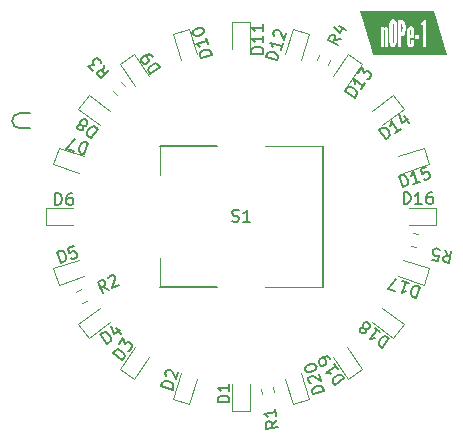
<source format=gto>
%TF.GenerationSoftware,KiCad,Pcbnew,6.0.9-8da3e8f707~117~ubuntu22.04.1*%
%TF.CreationDate,2022-12-08T12:31:12-05:00*%
%TF.ProjectId,kicad_circular_tracks_test,6b696361-645f-4636-9972-63756c61725f,rev?*%
%TF.SameCoordinates,Original*%
%TF.FileFunction,Legend,Top*%
%TF.FilePolarity,Positive*%
%FSLAX46Y46*%
G04 Gerber Fmt 4.6, Leading zero omitted, Abs format (unit mm)*
G04 Created by KiCad (PCBNEW 6.0.9-8da3e8f707~117~ubuntu22.04.1) date 2022-12-08 12:31:12*
%MOMM*%
%LPD*%
G01*
G04 APERTURE LIST*
%ADD10C,0.150000*%
%ADD11C,0.200000*%
%ADD12C,0.120000*%
G04 APERTURE END LIST*
D10*
%TO.C,D12*%
X153055004Y-86794647D02*
X152103948Y-86485630D01*
X152177523Y-86259188D01*
X152266957Y-86138038D01*
X152386964Y-86076891D01*
X152492256Y-86061033D01*
X152688125Y-86074605D01*
X152823990Y-86118751D01*
X152990428Y-86222899D01*
X153066290Y-86297618D01*
X153127437Y-86417625D01*
X153128580Y-86568205D01*
X153055004Y-86794647D01*
X153525887Y-85345418D02*
X153349306Y-85888879D01*
X153437597Y-85617149D02*
X152486540Y-85308132D01*
X152592975Y-85442854D01*
X152654122Y-85562861D01*
X152669980Y-85668153D01*
X152783129Y-84703524D02*
X152752555Y-84643521D01*
X152736697Y-84538229D01*
X152810272Y-84311787D01*
X152884991Y-84235925D01*
X152944995Y-84205352D01*
X153050286Y-84189494D01*
X153140863Y-84218924D01*
X153262013Y-84308357D01*
X153628893Y-85028399D01*
X153820189Y-84439650D01*
%TO.C,D1*%
X149022380Y-115738095D02*
X148022380Y-115738095D01*
X148022380Y-115500000D01*
X148070000Y-115357142D01*
X148165238Y-115261904D01*
X148260476Y-115214285D01*
X148450952Y-115166666D01*
X148593809Y-115166666D01*
X148784285Y-115214285D01*
X148879523Y-115261904D01*
X148974761Y-115357142D01*
X149022380Y-115500000D01*
X149022380Y-115738095D01*
X149022380Y-114214285D02*
X149022380Y-114785714D01*
X149022380Y-114500000D02*
X148022380Y-114500000D01*
X148165238Y-114595238D01*
X148260476Y-114690476D01*
X148308095Y-114785714D01*
%TO.C,D11*%
X151882380Y-86214285D02*
X150882380Y-86214285D01*
X150882380Y-85976190D01*
X150930000Y-85833333D01*
X151025238Y-85738095D01*
X151120476Y-85690476D01*
X151310952Y-85642857D01*
X151453809Y-85642857D01*
X151644285Y-85690476D01*
X151739523Y-85738095D01*
X151834761Y-85833333D01*
X151882380Y-85976190D01*
X151882380Y-86214285D01*
X151882380Y-84690476D02*
X151882380Y-85261904D01*
X151882380Y-84976190D02*
X150882380Y-84976190D01*
X151025238Y-85071428D01*
X151120476Y-85166666D01*
X151168095Y-85261904D01*
X151882380Y-83738095D02*
X151882380Y-84309523D01*
X151882380Y-84023809D02*
X150882380Y-84023809D01*
X151025238Y-84119047D01*
X151120476Y-84214285D01*
X151168095Y-84309523D01*
%TO.C,D7*%
X137017809Y-93802578D02*
X136708792Y-94753634D01*
X136482350Y-94680059D01*
X136361200Y-94590625D01*
X136300053Y-94470618D01*
X136284195Y-94365326D01*
X136297767Y-94169457D01*
X136341912Y-94033592D01*
X136446061Y-93867154D01*
X136520780Y-93791292D01*
X136640787Y-93730145D01*
X136791367Y-93729002D01*
X137017809Y-93802578D01*
X135848312Y-94474047D02*
X135214275Y-94268036D01*
X135930887Y-93449415D01*
%TO.C,D20*%
X157055474Y-114765060D02*
X156104418Y-115074077D01*
X156030842Y-114847635D01*
X156031985Y-114697055D01*
X156093132Y-114577048D01*
X156168994Y-114502329D01*
X156335432Y-114398181D01*
X156471297Y-114354035D01*
X156667166Y-114340463D01*
X156772458Y-114356322D01*
X156892465Y-114417468D01*
X156981899Y-114538618D01*
X157055474Y-114765060D01*
X155900693Y-114138879D02*
X155840689Y-114108306D01*
X155765971Y-114032444D01*
X155692395Y-113806002D01*
X155708253Y-113700710D01*
X155738827Y-113640707D01*
X155814688Y-113565988D01*
X155905265Y-113536558D01*
X156055845Y-113537701D01*
X156775887Y-113904581D01*
X156584591Y-113315831D01*
X155442238Y-113036099D02*
X155412808Y-112945522D01*
X155428667Y-112840230D01*
X155459240Y-112780227D01*
X155535102Y-112705508D01*
X155701540Y-112601360D01*
X155927982Y-112527784D01*
X156123851Y-112514212D01*
X156229143Y-112530070D01*
X156289146Y-112560644D01*
X156363865Y-112636505D01*
X156393295Y-112727082D01*
X156377437Y-112832374D01*
X156346863Y-112892378D01*
X156271002Y-112967096D01*
X156104563Y-113071245D01*
X155878121Y-113144820D01*
X155682252Y-113158392D01*
X155576961Y-113142534D01*
X155516957Y-113111961D01*
X155442238Y-113036099D01*
%TO.C,D18*%
X162543001Y-110321427D02*
X161955216Y-111130444D01*
X161762593Y-110990495D01*
X161675009Y-110868001D01*
X161653939Y-110734972D01*
X161671394Y-110629933D01*
X161744828Y-110447845D01*
X161828798Y-110332271D01*
X161979281Y-110206162D01*
X162073786Y-110157103D01*
X162206814Y-110136033D01*
X162350378Y-110181478D01*
X162543001Y-110321427D01*
X161310213Y-109425754D02*
X161772509Y-109761631D01*
X161541361Y-109593693D02*
X160953576Y-110402710D01*
X161114594Y-110343115D01*
X161247623Y-110322046D01*
X161352662Y-110339501D01*
X160512041Y-109552172D02*
X160561100Y-109646676D01*
X160571635Y-109713191D01*
X160554180Y-109818230D01*
X160526190Y-109856754D01*
X160431686Y-109905814D01*
X160365172Y-109916349D01*
X160260133Y-109898894D01*
X160106034Y-109786935D01*
X160056975Y-109692431D01*
X160046440Y-109625916D01*
X160063895Y-109520877D01*
X160091885Y-109482353D01*
X160186389Y-109433293D01*
X160252903Y-109422758D01*
X160357942Y-109440213D01*
X160512041Y-109552172D01*
X160617080Y-109569627D01*
X160683594Y-109559092D01*
X160778098Y-109510033D01*
X160890057Y-109355934D01*
X160907512Y-109250895D01*
X160896977Y-109184381D01*
X160847918Y-109089877D01*
X160693819Y-108977918D01*
X160588780Y-108960463D01*
X160522266Y-108970998D01*
X160427762Y-109020057D01*
X160315803Y-109174156D01*
X160298348Y-109279195D01*
X160308883Y-109345709D01*
X160357942Y-109440213D01*
%TO.C,D5*%
X134730081Y-103933566D02*
X134421064Y-102982510D01*
X134647506Y-102908934D01*
X134798086Y-102910077D01*
X134918093Y-102971224D01*
X134992812Y-103047086D01*
X135096960Y-103213524D01*
X135141106Y-103349390D01*
X135154678Y-103545258D01*
X135138819Y-103650550D01*
X135077673Y-103770557D01*
X134956523Y-103859991D01*
X134730081Y-103933566D01*
X135825004Y-102526342D02*
X135372120Y-102673493D01*
X135473983Y-103141092D01*
X135504556Y-103081088D01*
X135580418Y-103006370D01*
X135806860Y-102932794D01*
X135912152Y-102948653D01*
X135972155Y-102979226D01*
X136046874Y-103055088D01*
X136120449Y-103281530D01*
X136104591Y-103386822D01*
X136074018Y-103446825D01*
X135998156Y-103521544D01*
X135771714Y-103595119D01*
X135666422Y-103579261D01*
X135606419Y-103548688D01*
%TO.C,D17*%
X165118600Y-105940260D02*
X164809583Y-106891316D01*
X164583141Y-106817741D01*
X164461991Y-106728307D01*
X164400844Y-106608300D01*
X164384986Y-106503008D01*
X164398558Y-106307139D01*
X164442704Y-106171274D01*
X164546852Y-106004836D01*
X164621571Y-105928974D01*
X164741578Y-105867827D01*
X164892158Y-105866684D01*
X165118600Y-105940260D01*
X163669371Y-105469377D02*
X164212832Y-105645958D01*
X163941102Y-105557667D02*
X163632085Y-106508724D01*
X163766807Y-106402289D01*
X163886814Y-106341142D01*
X163992106Y-106325284D01*
X163043335Y-106317427D02*
X162409298Y-106111416D01*
X163125910Y-105292795D01*
%TO.C,D19*%
X158739607Y-113692261D02*
X157930590Y-114280047D01*
X157790641Y-114087424D01*
X157745196Y-113943860D01*
X157766266Y-113810831D01*
X157815325Y-113716327D01*
X157941434Y-113565843D01*
X158057008Y-113481874D01*
X158239096Y-113408439D01*
X158344135Y-113390985D01*
X158477164Y-113412054D01*
X158599658Y-113499638D01*
X158739607Y-113692261D01*
X157843934Y-112459474D02*
X158179811Y-112921769D01*
X158011872Y-112690621D02*
X157202855Y-113278407D01*
X157374409Y-113271487D01*
X157507438Y-113292556D01*
X157601942Y-113341616D01*
X157564036Y-112074227D02*
X157452077Y-111920129D01*
X157357573Y-111871069D01*
X157291058Y-111860535D01*
X157119505Y-111867455D01*
X156937417Y-111940889D01*
X156629220Y-112164807D01*
X156580160Y-112259312D01*
X156569626Y-112325826D01*
X156587080Y-112430865D01*
X156699040Y-112584963D01*
X156793544Y-112634023D01*
X156860058Y-112644558D01*
X156965097Y-112627103D01*
X157157720Y-112487154D01*
X157206780Y-112392650D01*
X157217315Y-112326135D01*
X157199860Y-112221096D01*
X157087901Y-112066998D01*
X156993396Y-112017938D01*
X156926882Y-112007404D01*
X156821843Y-112024859D01*
%TO.C,R2*%
X138790133Y-106230432D02*
X138286783Y-105939730D01*
X138272242Y-106471928D02*
X137849624Y-105565621D01*
X138194884Y-105404623D01*
X138301324Y-105407531D01*
X138364606Y-105430564D01*
X138448013Y-105496755D01*
X138508387Y-105626227D01*
X138505479Y-105732667D01*
X138482446Y-105795949D01*
X138416256Y-105879356D01*
X138070996Y-106040353D01*
X138753024Y-105249442D02*
X138776057Y-105186160D01*
X138842247Y-105102753D01*
X139058035Y-105002130D01*
X139164474Y-105005038D01*
X139227757Y-105028071D01*
X139311163Y-105094261D01*
X139351413Y-105180576D01*
X139368629Y-105330173D01*
X139092235Y-106089560D01*
X139653283Y-105827939D01*
%TO.C,D9*%
X143139940Y-87355440D02*
X142330923Y-87943225D01*
X142190974Y-87750602D01*
X142145529Y-87607039D01*
X142166599Y-87474010D01*
X142215658Y-87379506D01*
X142341767Y-87229022D01*
X142457341Y-87145053D01*
X142639429Y-87071618D01*
X142744468Y-87054163D01*
X142877497Y-87075233D01*
X142999991Y-87162817D01*
X143139940Y-87355440D01*
X142524165Y-86507899D02*
X142412206Y-86353800D01*
X142317702Y-86304741D01*
X142251187Y-86294206D01*
X142079634Y-86301126D01*
X141897546Y-86374560D01*
X141589349Y-86598479D01*
X141540289Y-86692983D01*
X141529754Y-86759497D01*
X141547209Y-86864536D01*
X141659168Y-87018635D01*
X141753672Y-87067694D01*
X141820187Y-87078229D01*
X141925226Y-87060774D01*
X142117849Y-86920825D01*
X142166908Y-86826321D01*
X142177443Y-86759807D01*
X142159988Y-86654768D01*
X142048029Y-86500669D01*
X141953525Y-86451610D01*
X141887011Y-86441075D01*
X141781972Y-86458530D01*
%TO.C,R1*%
X153033098Y-117249941D02*
X152614915Y-117653663D01*
X153122489Y-117814335D02*
X152134801Y-117970769D01*
X152075207Y-117594507D01*
X152107341Y-117492992D01*
X152146925Y-117438510D01*
X152233541Y-117376579D01*
X152374639Y-117354231D01*
X152476154Y-117386365D01*
X152530636Y-117425949D01*
X152592568Y-117512565D01*
X152652162Y-117888827D01*
X152884113Y-116309286D02*
X152973504Y-116873679D01*
X152928809Y-116591482D02*
X151941120Y-116747917D01*
X152097117Y-116819635D01*
X152206081Y-116898802D01*
X152268013Y-116985418D01*
%TO.C,D15*%
X163692680Y-97530230D02*
X163383663Y-96579174D01*
X163610105Y-96505598D01*
X163760685Y-96506741D01*
X163880692Y-96567888D01*
X163955411Y-96643750D01*
X164059559Y-96810188D01*
X164103705Y-96946053D01*
X164117277Y-97141922D01*
X164101418Y-97247214D01*
X164040272Y-97367221D01*
X163919122Y-97456655D01*
X163692680Y-97530230D01*
X165141909Y-97059347D02*
X164598448Y-97235928D01*
X164870178Y-97147638D02*
X164561161Y-96196581D01*
X164514730Y-96361877D01*
X164453583Y-96481884D01*
X164377721Y-96556602D01*
X165693371Y-95828704D02*
X165240487Y-95975855D01*
X165342350Y-96443454D01*
X165372923Y-96383451D01*
X165448785Y-96308732D01*
X165675227Y-96235156D01*
X165780519Y-96251015D01*
X165840522Y-96281588D01*
X165915241Y-96357450D01*
X165988816Y-96583892D01*
X165972958Y-96689184D01*
X165942385Y-96749187D01*
X165866523Y-96823906D01*
X165640081Y-96897481D01*
X165534789Y-96881623D01*
X165474786Y-96851050D01*
%TO.C,D8*%
X137863034Y-92567857D02*
X137275249Y-93376874D01*
X137082626Y-93236925D01*
X136995042Y-93114431D01*
X136973972Y-92981403D01*
X136991427Y-92876364D01*
X137064861Y-92694275D01*
X137148831Y-92578701D01*
X137299314Y-92452593D01*
X137393818Y-92403533D01*
X137526847Y-92382464D01*
X137670411Y-92427908D01*
X137863034Y-92567857D01*
X136602566Y-92358398D02*
X136651625Y-92452902D01*
X136662160Y-92519417D01*
X136644705Y-92624456D01*
X136616715Y-92662980D01*
X136522211Y-92712040D01*
X136455697Y-92722574D01*
X136350658Y-92705120D01*
X136196559Y-92593160D01*
X136147500Y-92498656D01*
X136136965Y-92432142D01*
X136154420Y-92327103D01*
X136182410Y-92288578D01*
X136276914Y-92239519D01*
X136343428Y-92228984D01*
X136448467Y-92246439D01*
X136602566Y-92358398D01*
X136707605Y-92375853D01*
X136774119Y-92365318D01*
X136868623Y-92316259D01*
X136980582Y-92162160D01*
X136998037Y-92057121D01*
X136987503Y-91990607D01*
X136938443Y-91896103D01*
X136784345Y-91784143D01*
X136679306Y-91766689D01*
X136612791Y-91777223D01*
X136518287Y-91826283D01*
X136406328Y-91980381D01*
X136388873Y-92085420D01*
X136399408Y-92151935D01*
X136448467Y-92246439D01*
%TO.C,R5*%
X167235382Y-102829261D02*
X167490119Y-103351733D01*
X167799776Y-102918652D02*
X167643341Y-103906340D01*
X167267079Y-103846746D01*
X167180463Y-103784815D01*
X167140879Y-103730333D01*
X167108745Y-103628818D01*
X167131093Y-103487719D01*
X167193024Y-103401103D01*
X167247506Y-103361520D01*
X167349021Y-103329385D01*
X167725283Y-103388979D01*
X166185325Y-103675413D02*
X166655653Y-103749906D01*
X166777178Y-103287027D01*
X166722696Y-103326611D01*
X166621181Y-103358745D01*
X166386017Y-103321498D01*
X166299401Y-103259567D01*
X166259818Y-103205085D01*
X166227683Y-103103570D01*
X166264930Y-102868406D01*
X166326861Y-102781790D01*
X166381343Y-102742207D01*
X166482858Y-102710072D01*
X166718022Y-102747319D01*
X166804638Y-102809250D01*
X166844221Y-102863732D01*
%TO.C,D6*%
X134261904Y-99022380D02*
X134261904Y-98022380D01*
X134500000Y-98022380D01*
X134642857Y-98070000D01*
X134738095Y-98165238D01*
X134785714Y-98260476D01*
X134833333Y-98450952D01*
X134833333Y-98593809D01*
X134785714Y-98784285D01*
X134738095Y-98879523D01*
X134642857Y-98974761D01*
X134500000Y-99022380D01*
X134261904Y-99022380D01*
X135690476Y-98022380D02*
X135500000Y-98022380D01*
X135404761Y-98070000D01*
X135357142Y-98117619D01*
X135261904Y-98260476D01*
X135214285Y-98450952D01*
X135214285Y-98831904D01*
X135261904Y-98927142D01*
X135309523Y-98974761D01*
X135404761Y-99022380D01*
X135595238Y-99022380D01*
X135690476Y-98974761D01*
X135738095Y-98927142D01*
X135785714Y-98831904D01*
X135785714Y-98593809D01*
X135738095Y-98498571D01*
X135690476Y-98450952D01*
X135595238Y-98403333D01*
X135404761Y-98403333D01*
X135309523Y-98450952D01*
X135261904Y-98498571D01*
X135214285Y-98593809D01*
%TO.C,D2*%
X144206889Y-114665716D02*
X143255833Y-114356699D01*
X143329408Y-114130257D01*
X143418842Y-114009107D01*
X143538849Y-113947960D01*
X143644141Y-113932102D01*
X143840010Y-113945674D01*
X143975875Y-113989819D01*
X144142313Y-114093968D01*
X144218175Y-114168687D01*
X144279322Y-114288694D01*
X144280465Y-114439274D01*
X144206889Y-114665716D01*
X143640712Y-113480361D02*
X143610138Y-113420358D01*
X143594280Y-113315066D01*
X143667856Y-113088624D01*
X143742574Y-113012762D01*
X143802578Y-112982189D01*
X143907870Y-112966331D01*
X143998446Y-112995761D01*
X144119596Y-113085194D01*
X144486476Y-113805236D01*
X144677772Y-113216487D01*
%TO.C,D14*%
X162283525Y-93479723D02*
X161695739Y-92670706D01*
X161888362Y-92530757D01*
X162031926Y-92485312D01*
X162164955Y-92506382D01*
X162259459Y-92555441D01*
X162409943Y-92681550D01*
X162493912Y-92797124D01*
X162567347Y-92979212D01*
X162584801Y-93084251D01*
X162563732Y-93217280D01*
X162476148Y-93339774D01*
X162283525Y-93479723D01*
X163516312Y-92584050D02*
X163054017Y-92919927D01*
X163285165Y-92751988D02*
X162697379Y-91942971D01*
X162704299Y-92114525D01*
X162683230Y-92247554D01*
X162634170Y-92342058D01*
X163817899Y-91540889D02*
X164209756Y-92080234D01*
X163401357Y-91372641D02*
X163628581Y-92090459D01*
X164129401Y-91726592D01*
%TO.C,R4*%
X158490706Y-84974966D02*
X157915087Y-85055782D01*
X158231283Y-85484113D02*
X157340276Y-85030122D01*
X157513225Y-84690691D01*
X157598891Y-84627452D01*
X157662938Y-84606642D01*
X157769415Y-84607450D01*
X157896701Y-84672306D01*
X157959941Y-84757972D01*
X157980751Y-84822019D01*
X157979943Y-84928496D01*
X157806994Y-85267927D01*
X158285836Y-83908586D02*
X158879841Y-84211246D01*
X157838312Y-83947782D02*
X158366652Y-84484205D01*
X158647694Y-83932630D01*
%TO.C,D3*%
X139958469Y-112157755D02*
X139149452Y-111569970D01*
X139289401Y-111377347D01*
X139411895Y-111289763D01*
X139544923Y-111268693D01*
X139649962Y-111286148D01*
X139832051Y-111359582D01*
X139947625Y-111443552D01*
X140073733Y-111594035D01*
X140122793Y-111688539D01*
X140143862Y-111821568D01*
X140098418Y-111965132D01*
X139958469Y-112157755D01*
X139681258Y-110838002D02*
X140045125Y-110337182D01*
X140157393Y-110830772D01*
X140241363Y-110715199D01*
X140335867Y-110666139D01*
X140402381Y-110655604D01*
X140507420Y-110673059D01*
X140700043Y-110813008D01*
X140749103Y-110907512D01*
X140759637Y-110974027D01*
X140742183Y-111079066D01*
X140574244Y-111310213D01*
X140479740Y-111359273D01*
X140413225Y-111369808D01*
%TO.C,R3*%
X138439133Y-87200375D02*
X138338118Y-87772795D01*
X138843194Y-87604436D02*
X138136088Y-88311543D01*
X137866713Y-88042169D01*
X137833042Y-87941154D01*
X137833042Y-87873810D01*
X137866713Y-87772795D01*
X137967729Y-87671780D01*
X138068744Y-87638108D01*
X138136088Y-87638108D01*
X138237103Y-87671780D01*
X138506477Y-87941154D01*
X137496324Y-87671780D02*
X137058591Y-87234047D01*
X137563668Y-87200375D01*
X137462652Y-87099360D01*
X137428981Y-86998344D01*
X137428981Y-86931001D01*
X137462652Y-86829986D01*
X137631011Y-86661627D01*
X137732026Y-86627955D01*
X137799370Y-86627955D01*
X137900385Y-86661627D01*
X138102416Y-86863657D01*
X138136088Y-86964673D01*
X138136088Y-87032016D01*
%TO.C,D16*%
X163785714Y-98952380D02*
X163785714Y-97952380D01*
X164023809Y-97952380D01*
X164166666Y-98000000D01*
X164261904Y-98095238D01*
X164309523Y-98190476D01*
X164357142Y-98380952D01*
X164357142Y-98523809D01*
X164309523Y-98714285D01*
X164261904Y-98809523D01*
X164166666Y-98904761D01*
X164023809Y-98952380D01*
X163785714Y-98952380D01*
X165309523Y-98952380D02*
X164738095Y-98952380D01*
X165023809Y-98952380D02*
X165023809Y-97952380D01*
X164928571Y-98095238D01*
X164833333Y-98190476D01*
X164738095Y-98238095D01*
X166166666Y-97952380D02*
X165976190Y-97952380D01*
X165880952Y-98000000D01*
X165833333Y-98047619D01*
X165738095Y-98190476D01*
X165690476Y-98380952D01*
X165690476Y-98761904D01*
X165738095Y-98857142D01*
X165785714Y-98904761D01*
X165880952Y-98952380D01*
X166071428Y-98952380D01*
X166166666Y-98904761D01*
X166214285Y-98857142D01*
X166261904Y-98761904D01*
X166261904Y-98523809D01*
X166214285Y-98428571D01*
X166166666Y-98380952D01*
X166071428Y-98333333D01*
X165880952Y-98333333D01*
X165785714Y-98380952D01*
X165738095Y-98428571D01*
X165690476Y-98523809D01*
%TO.C,D4*%
X138668771Y-110799825D02*
X138080986Y-109990808D01*
X138273609Y-109850859D01*
X138417172Y-109805414D01*
X138550201Y-109826484D01*
X138644705Y-109875543D01*
X138795189Y-110001652D01*
X138879158Y-110117226D01*
X138952593Y-110299314D01*
X138970048Y-110404353D01*
X138948978Y-110537382D01*
X138861394Y-110659876D01*
X138668771Y-110799825D01*
X139432652Y-109420787D02*
X139824509Y-109960132D01*
X139016111Y-109252539D02*
X139243335Y-109970357D01*
X139744155Y-109606490D01*
%TO.C,D10*%
X147530230Y-86307318D02*
X146579174Y-86616335D01*
X146505598Y-86389893D01*
X146506741Y-86239313D01*
X146567888Y-86119306D01*
X146643750Y-86044587D01*
X146810188Y-85940439D01*
X146946053Y-85896293D01*
X147141922Y-85882721D01*
X147247214Y-85898580D01*
X147367221Y-85959726D01*
X147456655Y-86080876D01*
X147530230Y-86307318D01*
X147059347Y-84858089D02*
X147235928Y-85401550D01*
X147147638Y-85129820D02*
X146196581Y-85438837D01*
X146361877Y-85485268D01*
X146481884Y-85546415D01*
X146556602Y-85622277D01*
X145916994Y-84578357D02*
X145887564Y-84487780D01*
X145903423Y-84382488D01*
X145933996Y-84322485D01*
X146009858Y-84247766D01*
X146176296Y-84143618D01*
X146402738Y-84070042D01*
X146598607Y-84056470D01*
X146703899Y-84072328D01*
X146763902Y-84102902D01*
X146838621Y-84178763D01*
X146868051Y-84269340D01*
X146852193Y-84374632D01*
X146821619Y-84434636D01*
X146745758Y-84509354D01*
X146579319Y-84613503D01*
X146352877Y-84687078D01*
X146157008Y-84700650D01*
X146051717Y-84684792D01*
X145991713Y-84654219D01*
X145916994Y-84578357D01*
%TO.C,D13*%
X159625916Y-89953558D02*
X158816899Y-89365773D01*
X158956848Y-89173150D01*
X159079342Y-89085566D01*
X159212371Y-89064496D01*
X159317410Y-89081951D01*
X159499498Y-89155385D01*
X159615072Y-89239355D01*
X159741181Y-89389838D01*
X159790240Y-89484343D01*
X159811310Y-89617371D01*
X159765865Y-89760935D01*
X159625916Y-89953558D01*
X160521589Y-88720770D02*
X160185712Y-89183066D01*
X160353650Y-88951918D02*
X159544633Y-88364133D01*
X159604228Y-88525151D01*
X159625297Y-88658180D01*
X159607842Y-88763219D01*
X159908500Y-87863313D02*
X160272367Y-87362493D01*
X160384636Y-87856083D01*
X160468605Y-87740509D01*
X160563109Y-87691450D01*
X160629624Y-87680915D01*
X160734663Y-87698370D01*
X160927286Y-87838319D01*
X160976345Y-87932823D01*
X160986880Y-87999337D01*
X160969425Y-88104376D01*
X160801487Y-88335524D01*
X160706982Y-88384584D01*
X160640468Y-88395118D01*
%TO.C,S1*%
X149238095Y-100404761D02*
X149380952Y-100452380D01*
X149619047Y-100452380D01*
X149714285Y-100404761D01*
X149761904Y-100357142D01*
X149809523Y-100261904D01*
X149809523Y-100166666D01*
X149761904Y-100071428D01*
X149714285Y-100023809D01*
X149619047Y-99976190D01*
X149428571Y-99928571D01*
X149333333Y-99880952D01*
X149285714Y-99833333D01*
X149238095Y-99738095D01*
X149238095Y-99642857D01*
X149285714Y-99547619D01*
X149333333Y-99500000D01*
X149428571Y-99452380D01*
X149666666Y-99452380D01*
X149809523Y-99500000D01*
X150761904Y-100452380D02*
X150190476Y-100452380D01*
X150476190Y-100452380D02*
X150476190Y-99452380D01*
X150380952Y-99595238D01*
X150285714Y-99690476D01*
X150190476Y-99738095D01*
D11*
%TO.C,J3*%
X131262000Y-92540000D02*
X132151000Y-92540000D01*
X131262000Y-91270000D02*
X132151000Y-91270000D01*
X131262000Y-91270000D02*
G75*
G03*
X131262000Y-92540000I0J-635000D01*
G01*
%TO.C,kibuzzard-639219D7*%
G36*
X164413575Y-84216631D02*
G01*
X164421513Y-84314262D01*
X164421513Y-84606363D01*
X164313562Y-84606363D01*
X164313562Y-84314262D01*
X164323881Y-84218219D01*
X164364362Y-84184087D01*
X164413575Y-84216631D01*
G37*
G36*
X163640463Y-83726887D02*
G01*
X163669037Y-83858650D01*
X163675387Y-84031688D01*
X163669037Y-84203931D01*
X163640463Y-84334106D01*
X163567437Y-84384113D01*
X163567437Y-83676088D01*
X163640463Y-83726887D01*
G37*
G36*
X162922119Y-83683231D02*
G01*
X162929262Y-83780862D01*
X162929262Y-85219138D01*
X162922119Y-85315975D01*
X162878463Y-85358838D01*
X162834012Y-85320738D01*
X162824487Y-85219138D01*
X162824487Y-83780862D01*
X162834012Y-83682437D01*
X162878463Y-83641162D01*
X162922119Y-83683231D01*
G37*
G36*
X160079277Y-82646329D02*
G01*
X166308521Y-82646329D01*
X167420723Y-86353671D01*
X161191479Y-86353671D01*
X160985422Y-85666813D01*
X161852937Y-85666813D01*
X162103762Y-85666813D01*
X162103762Y-84298388D01*
X162114081Y-84215837D01*
X162148212Y-84184087D01*
X162183931Y-84214250D01*
X162195837Y-84295212D01*
X162195837Y-85666813D01*
X162443487Y-85666813D01*
X162443487Y-85219138D01*
X162554612Y-85219138D01*
X162585569Y-85447738D01*
X162686375Y-85623950D01*
X162875287Y-85692213D01*
X162945284Y-85666813D01*
X163303913Y-85666813D01*
X163567437Y-85666813D01*
X163567437Y-85274700D01*
X164069087Y-85274700D01*
X164086352Y-85446944D01*
X164138144Y-85579500D01*
X164228433Y-85664034D01*
X164361188Y-85692213D01*
X164495728Y-85664630D01*
X164588200Y-85581881D01*
X164641778Y-85451111D01*
X164659637Y-85279463D01*
X164659637Y-85044513D01*
X164421513Y-85044513D01*
X164421513Y-85281050D01*
X164410400Y-85374713D01*
X164364362Y-85409638D01*
X164322294Y-85375506D01*
X164313562Y-85282638D01*
X164313562Y-84961963D01*
X164748538Y-84961963D01*
X165081913Y-84961963D01*
X165081913Y-84660337D01*
X164748538Y-84660337D01*
X164748538Y-84961963D01*
X164313562Y-84961963D01*
X164313562Y-84857187D01*
X164659637Y-84857187D01*
X164659637Y-84339663D01*
X164627887Y-84124556D01*
X164530256Y-83965012D01*
X164361188Y-83904687D01*
X164228433Y-83936636D01*
X164138144Y-84032481D01*
X164086352Y-84173173D01*
X164069087Y-84339663D01*
X164069087Y-85274700D01*
X163567437Y-85274700D01*
X163567437Y-84733362D01*
X163699795Y-84705581D01*
X163798419Y-84631763D01*
X163867872Y-84519645D01*
X163912719Y-84376969D01*
X163937127Y-84211670D01*
X163945262Y-84031688D01*
X163935738Y-83854880D01*
X163932822Y-83838012D01*
X165247012Y-83838012D01*
X165383537Y-83838012D01*
X165383537Y-85666813D01*
X165647063Y-85666813D01*
X165647063Y-83333187D01*
X165466088Y-83333187D01*
X165385919Y-83512575D01*
X165247012Y-83625287D01*
X165247012Y-83838012D01*
X163932822Y-83838012D01*
X163907162Y-83689581D01*
X163857156Y-83545317D01*
X163783337Y-83431612D01*
X163683325Y-83357794D01*
X163554737Y-83333187D01*
X163303913Y-83333187D01*
X163303913Y-85666813D01*
X162945284Y-85666813D01*
X163063406Y-85623950D01*
X163162625Y-85447738D01*
X163192787Y-85219138D01*
X163192787Y-83780862D01*
X163166594Y-83557025D01*
X163071344Y-83378431D01*
X162875287Y-83307787D01*
X162686375Y-83378431D01*
X162585569Y-83557025D01*
X162554612Y-83780862D01*
X162554612Y-85219138D01*
X162443487Y-85219138D01*
X162443487Y-84244412D01*
X162433962Y-84111063D01*
X162387925Y-83967394D01*
X162272037Y-83904687D01*
X162179962Y-83943581D01*
X162103762Y-84018988D01*
X162103762Y-83930088D01*
X161852937Y-83930088D01*
X161852937Y-85666813D01*
X160985422Y-85666813D01*
X160079277Y-82646329D01*
G37*
D12*
%TO.C,D12*%
X155087067Y-86722125D02*
X155793171Y-84548961D01*
X154395118Y-84094706D02*
X153689014Y-86267870D01*
X155793171Y-84548961D02*
X154395118Y-84094706D01*
%TO.C,D1*%
X149265000Y-116485000D02*
X150735000Y-116485000D01*
X150735000Y-116485000D02*
X150735000Y-114200000D01*
X149265000Y-114200000D02*
X149265000Y-116485000D01*
%TO.C,D11*%
X150735000Y-83515000D02*
X149265000Y-83515000D01*
X149265000Y-83515000D02*
X149265000Y-85800000D01*
X150735000Y-85800000D02*
X150735000Y-83515000D01*
%TO.C,D7*%
X136722125Y-94912932D02*
X134548961Y-94206828D01*
X134548961Y-94206828D02*
X134094706Y-95604881D01*
X134094706Y-95604881D02*
X136267870Y-96310985D01*
%TO.C,D20*%
X153689014Y-113732129D02*
X154395118Y-115905293D01*
X154395118Y-115905293D02*
X155793171Y-115451038D01*
X155793171Y-115451038D02*
X155087067Y-113277874D01*
%TO.C,D18*%
X162904622Y-110284267D02*
X163768666Y-109095012D01*
X161056018Y-108941177D02*
X162904622Y-110284267D01*
X163768666Y-109095012D02*
X161920063Y-107751922D01*
%TO.C,D5*%
X134548961Y-105793171D02*
X136722125Y-105087067D01*
X136267870Y-103689014D02*
X134094706Y-104395118D01*
X134094706Y-104395118D02*
X134548961Y-105793171D01*
%TO.C,D17*%
X165451038Y-105793171D02*
X165905293Y-104395118D01*
X163277874Y-105087067D02*
X165451038Y-105793171D01*
X165905293Y-104395118D02*
X163732129Y-103689014D01*
%TO.C,D19*%
X160284267Y-112904622D02*
X158941177Y-111056018D01*
X157751922Y-111920063D02*
X159095012Y-113768666D01*
X159095012Y-113768666D02*
X160284267Y-112904622D01*
%TO.C,R2*%
X136061857Y-106376724D02*
X136491915Y-106176185D01*
X136503493Y-107323815D02*
X136933551Y-107123276D01*
%TO.C,D9*%
X142248077Y-88079936D02*
X140904987Y-86231333D01*
X139715732Y-87095377D02*
X141058822Y-88943981D01*
X140904987Y-86231333D02*
X139715732Y-87095377D01*
%TO.C,R1*%
X151771048Y-115066074D02*
X151696818Y-114597400D01*
X152803182Y-114902600D02*
X152728952Y-114433926D01*
%TO.C,D15*%
X165451038Y-94206828D02*
X163277874Y-94912932D01*
X165905293Y-95604881D02*
X165451038Y-94206828D01*
X163732129Y-96310985D02*
X165905293Y-95604881D01*
%TO.C,D8*%
X136231333Y-90904987D02*
X138079936Y-92248077D01*
X138943981Y-91058822D02*
X137095377Y-89715732D01*
X137095377Y-89715732D02*
X136231333Y-90904987D01*
%TO.C,R5*%
X164827600Y-102553182D02*
X164358926Y-102478952D01*
X164991074Y-101521048D02*
X164522400Y-101446818D01*
%TO.C,D6*%
X133515000Y-100735000D02*
X135800000Y-100735000D01*
X133515000Y-99265000D02*
X133515000Y-100735000D01*
X135800000Y-99265000D02*
X133515000Y-99265000D01*
%TO.C,D2*%
X144912932Y-113277874D02*
X144206828Y-115451038D01*
X144206828Y-115451038D02*
X145604881Y-115905293D01*
X145604881Y-115905293D02*
X146310985Y-113732129D01*
%TO.C,D14*%
X162904622Y-89715732D02*
X161056018Y-91058822D01*
X163768666Y-90904987D02*
X162904622Y-89715732D01*
X161920063Y-92248077D02*
X163768666Y-90904987D01*
%TO.C,R4*%
X157573264Y-86775812D02*
X157357838Y-87198608D01*
X156642162Y-86301392D02*
X156426736Y-86724188D01*
%TO.C,D3*%
X140904987Y-113768666D02*
X142248077Y-111920063D01*
X139715732Y-112904622D02*
X140904987Y-113768666D01*
X141058822Y-111056018D02*
X139715732Y-112904622D01*
%TO.C,R3*%
X139129407Y-89368334D02*
X139464940Y-89703867D01*
X139868334Y-88629407D02*
X140203867Y-88964940D01*
%TO.C,D16*%
X166485000Y-99265000D02*
X164200000Y-99265000D01*
X164200000Y-100735000D02*
X166485000Y-100735000D01*
X166485000Y-100735000D02*
X166485000Y-99265000D01*
%TO.C,D4*%
X138079936Y-107751922D02*
X136231333Y-109095012D01*
X136231333Y-109095012D02*
X137095377Y-110284267D01*
X137095377Y-110284267D02*
X138943981Y-108941177D01*
%TO.C,D10*%
X144206828Y-84548961D02*
X144912932Y-86722125D01*
X146310985Y-86267870D02*
X145604881Y-84094706D01*
X145604881Y-84094706D02*
X144206828Y-84548961D01*
%TO.C,D13*%
X158941177Y-88943981D02*
X160284267Y-87095377D01*
X160284267Y-87095377D02*
X159095012Y-86231333D01*
X159095012Y-86231333D02*
X157751922Y-88079936D01*
D10*
%TO.C,S1*%
X148000000Y-106000000D02*
X143100000Y-106000000D01*
D12*
X143100000Y-106000000D02*
X143100000Y-103500000D01*
X156900000Y-106000000D02*
X152000000Y-106000000D01*
X143100000Y-94000000D02*
X143100000Y-96500000D01*
D10*
X143100000Y-94000000D02*
X148000000Y-94000000D01*
D12*
X156900000Y-94000000D02*
X152000000Y-94000000D01*
D10*
X156900000Y-94000000D02*
X156900000Y-106000000D01*
%TD*%
M02*

</source>
